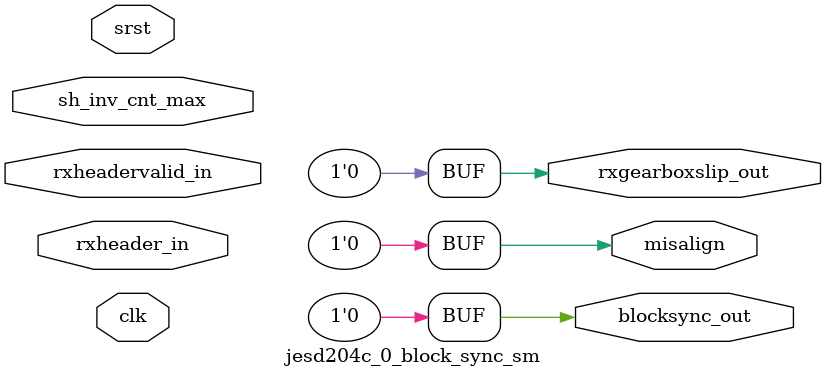
<source format=v>






`timescale 1ns / 1ps

module jesd204c_0_block_sync_sm (
  input          clk,
  input          srst,

  // Max Invalid Sync Headers
  input [3:0]    sh_inv_cnt_max,

  // User Interface
  output         blocksync_out,
  output         misalign,
  output         rxgearboxslip_out,
  input  [5:0]   rxheader_in,
  input  [1:0]   rxheadervalid_in
);

assign blocksync_out = 1'b0;
assign misalign = 1'b0;
assign rxgearboxslip_out = 1'b0;


endmodule

</source>
